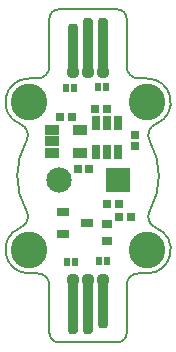
<source format=gbs>
G04*
G04 #@! TF.GenerationSoftware,Altium Limited,Altium Designer,21.6.4 (81)*
G04*
G04 Layer_Color=16711935*
%FSAX25Y25*%
%MOIN*%
G70*
G04*
G04 #@! TF.SameCoordinates,9A5FF030-8DC4-432F-A364-1BA2AF03453A*
G04*
G04*
G04 #@! TF.FilePolarity,Negative*
G04*
G01*
G75*
%ADD13C,0.00787*%
%ADD18R,0.08465X0.08465*%
%ADD19C,0.08465*%
%ADD21C,0.00591*%
%ADD22C,0.12205*%
G04:AMPARAMS|DCode=33|XSize=35.43mil|YSize=169.29mil|CornerRadius=13.82mil|HoleSize=0mil|Usage=FLASHONLY|Rotation=0.000|XOffset=0mil|YOffset=0mil|HoleType=Round|Shape=RoundedRectangle|*
%AMROUNDEDRECTD33*
21,1,0.03543,0.14165,0,0,0.0*
21,1,0.00780,0.16929,0,0,0.0*
1,1,0.02764,0.00390,-0.07083*
1,1,0.02764,-0.00390,-0.07083*
1,1,0.02764,-0.00390,0.07083*
1,1,0.02764,0.00390,0.07083*
%
%ADD33ROUNDEDRECTD33*%
G04:AMPARAMS|DCode=34|XSize=35.43mil|YSize=188.98mil|CornerRadius=13.82mil|HoleSize=0mil|Usage=FLASHONLY|Rotation=0.000|XOffset=0mil|YOffset=0mil|HoleType=Round|Shape=RoundedRectangle|*
%AMROUNDEDRECTD34*
21,1,0.03543,0.16134,0,0,0.0*
21,1,0.00780,0.18898,0,0,0.0*
1,1,0.02764,0.00390,-0.08067*
1,1,0.02764,-0.00390,-0.08067*
1,1,0.02764,-0.00390,0.08067*
1,1,0.02764,0.00390,0.08067*
%
%ADD34ROUNDEDRECTD34*%
%ADD41C,0.04370*%
%ADD42R,0.04528X0.03347*%
%ADD43R,0.02953X0.04528*%
%ADD44R,0.01968X0.03150*%
%ADD45R,0.02559X0.02756*%
%ADD46R,0.02559X0.02756*%
%ADD47R,0.04134X0.02953*%
%ADD48R,0.03740X0.02953*%
%ADD49R,0.02756X0.02559*%
D13*
X0022543Y0049747D02*
G03*
X0020547Y0044135I0001428J-0003669D01*
G01*
X-0012874Y-0019882D02*
G03*
X-0009724Y-0023031I0003145J-0000004D01*
G01*
X0020547Y0020825D02*
G03*
X0020547Y0044135I-0020547J0011655D01*
G01*
X-0016811Y0064961D02*
G03*
X-0012874Y0068898I-0000001J0003938D01*
G01*
Y-0003937D02*
G03*
X-0016811Y0000000I-0003938J-0000001D01*
G01*
X-0009724Y0087992D02*
G03*
X-0012874Y0084842I-0000004J-0003145D01*
G01*
X0020547Y0020825D02*
G03*
X0022543Y0015214I0003424J-0001942D01*
G01*
X-0022543Y0015214D02*
G03*
X-0019488Y0000000I0002857J-0007340D01*
G01*
X0012874Y0084842D02*
G03*
X0009724Y0087992I-0003145J0000004D01*
G01*
X0019488Y0000000D02*
G03*
X0022543Y0015214I0000197J0007874D01*
G01*
X-0022543D02*
G03*
X-0020547Y0020825I-0001428J0003669D01*
G01*
X0012874Y0068898D02*
G03*
X0016811Y0064961I0003938J0000001D01*
G01*
Y0000000D02*
G03*
X0012874Y-0003937I0000001J-0003938D01*
G01*
X-0019488Y0064961D02*
G03*
X-0022543Y0049747I-0000197J-0007874D01*
G01*
X-0020547Y0044135D02*
G03*
X-0020547Y0020825I0020547J-0011655D01*
G01*
X0022543Y0049747D02*
G03*
X0019488Y0064961I-0002858J0007340D01*
G01*
X-0020547Y0044135D02*
G03*
X-0022543Y0049747I-0003424J0001942D01*
G01*
X0009724Y-0023031D02*
G03*
X0012874Y-0019882I0000004J0003145D01*
G01*
X-0019488Y0064961D02*
X-0016811D01*
X0012874Y-0019882D02*
Y-0003937D01*
X-0012874Y0068898D02*
Y0084842D01*
X-0009724Y-0023031D02*
X0009724D01*
X-0009724Y0087992D02*
X0009724D01*
X-0012874Y-0019882D02*
Y-0003937D01*
X0012874Y0068898D02*
Y0084842D01*
X-0019488Y0000000D02*
X-0016811D01*
X0016811Y0064961D02*
X0019488D01*
X0016811Y0000000D02*
X0019488D01*
D18*
X0009843Y0031201D02*
D03*
D19*
X-0009843D02*
D03*
D21*
X-0009921Y-0010433D02*
D03*
X0009921D02*
D03*
Y0075394D02*
D03*
X-0009921D02*
D03*
D22*
X0019685Y0007874D02*
D03*
X-0019685Y0057087D02*
D03*
X0019685D02*
D03*
X-0019685Y0007874D02*
D03*
D33*
X0005000Y-0009843D02*
D03*
X-0005000Y0074803D02*
D03*
D34*
Y-0010827D02*
D03*
X0000000D02*
D03*
X0005000Y0075787D02*
D03*
X0000000D02*
D03*
D41*
X0005000Y-0002165D02*
D03*
X0000000D02*
D03*
X-0005000D02*
D03*
Y0067126D02*
D03*
X0000000D02*
D03*
X0005000D02*
D03*
D42*
X-0012106Y0040259D02*
D03*
Y0043999D02*
D03*
Y0047739D02*
D03*
X-0002657D02*
D03*
Y0040259D02*
D03*
D43*
X0010039Y0050000D02*
D03*
X0006299D02*
D03*
X0002559D02*
D03*
Y0040551D02*
D03*
X0006299D02*
D03*
X0010039D02*
D03*
D44*
X-0004640Y0061640D02*
D03*
X-0007396D02*
D03*
X0003347Y0062106D02*
D03*
X0006102D02*
D03*
X-0004331Y0003937D02*
D03*
X-0007087D02*
D03*
X0003642Y0004035D02*
D03*
X0006398D02*
D03*
D45*
X-0003457Y0034862D02*
D03*
X0000480D02*
D03*
X-0009350Y0052165D02*
D03*
X-0005413D02*
D03*
X0014279Y0018840D02*
D03*
X0010342D02*
D03*
D46*
X0006398Y0054921D02*
D03*
X0002461D02*
D03*
X0010170Y0023137D02*
D03*
X0006233D02*
D03*
D47*
X-0008268Y0012992D02*
D03*
Y0020472D02*
D03*
X-0000394Y0016732D02*
D03*
D48*
X0006299Y0016437D02*
D03*
Y0010925D02*
D03*
D49*
X0015562Y0042282D02*
D03*
Y0046219D02*
D03*
M02*

</source>
